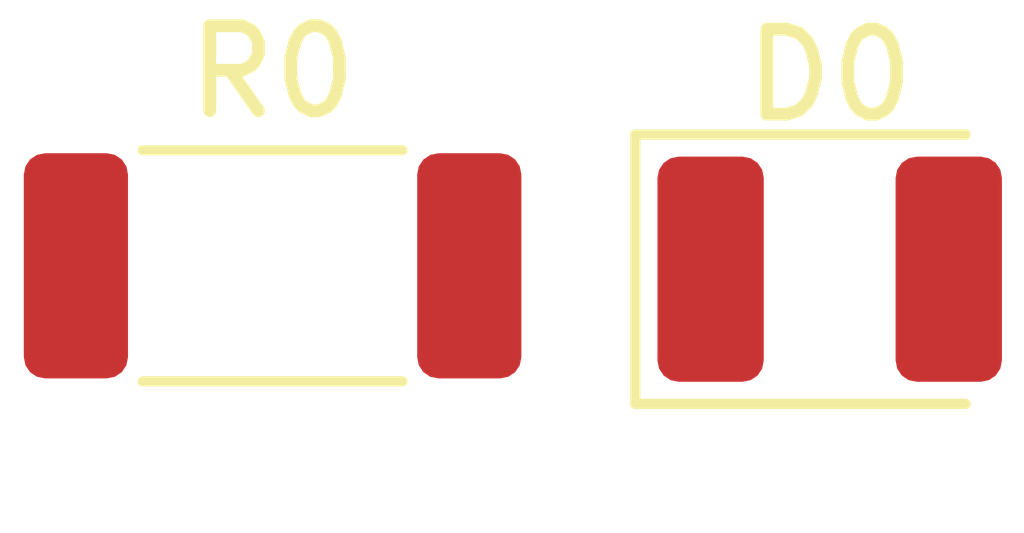
<source format=kicad_pcb>
(kicad_pcb (version 20211014) (generator pcbnew)
  (layers (0 "F.Cu" signal) (31 "B.Cu" signal) (34 "B.Paste" user) (35 "F.Paste" user) (36 "B.SilkS" user "B.Silkscreen") (37 "F.SilkS" user "F.Silkscreen") (38 "B.Mask" user) (39 "F.Mask" user) (44 "Edge.Cuts" user))
  (net 0 "")
  (net 1 "GND")
  (net 2 "Net-(D0-Pad2)")
  (net 3 "+5V")
  (footprint "LED_SMD:LED_1210_3225Metric" (layer "F.Cu") (at 42 33)
    (fp_text reference "D0" (at 0 -2.28) (layer "F.SilkS"))
    (fp_text value "LED")
    (fp_line (start 1.6 -1.585) (end -2.285 -1.585) (layer "F.SilkS") (width 0.12))
    (fp_line (start -2.285 1.585) (end 1.6 1.585) (layer "F.SilkS") (width 0.12))
    (fp_line (start -2.285 -1.585) (end -2.285 1.585) (layer "F.SilkS") (width 0.12))
    (pad "1" smd roundrect (at -1.4 0) (size 1.25 2.65) (layers "F.Cu" "F.Paste" "F.Mask") (roundrect_rratio 0.2) (net 1 "GND"))
    (pad "2" smd roundrect (at 1.4 0) (size 1.25 2.65) (layers "F.Cu" "F.Paste" "F.Mask") (roundrect_rratio 0.2) (net 2 "Net-(D0-Pad2)"))
  )
  (footprint "Resistor_SMD:R_2010_5025Metric" (layer "F.Cu") (at 35.45 32.96)
    (fp_text reference "R0" (at 0 -2.28) (layer "F.SilkS"))
    (fp_text value "R")
    (fp_line (start -1.527064 1.36) (end 1.527064 1.36) (layer "F.SilkS") (width 0.12))
    (fp_line (start -1.527064 -1.36) (end 1.527064 -1.36) (layer "F.SilkS") (width 0.12))
    (pad "1" smd roundrect (at -2.3125 0) (size 1.225 2.65) (layers "F.Cu" "F.Paste" "F.Mask") (roundrect_rratio 0.204082) (net 3 "+5V"))
    (pad "2" smd roundrect (at 2.3125 0) (size 1.225 2.65) (layers "F.Cu" "F.Paste" "F.Mask") (roundrect_rratio 0.204082) (net 2 "Net-(D0-Pad2)"))
  )
)
</source>
